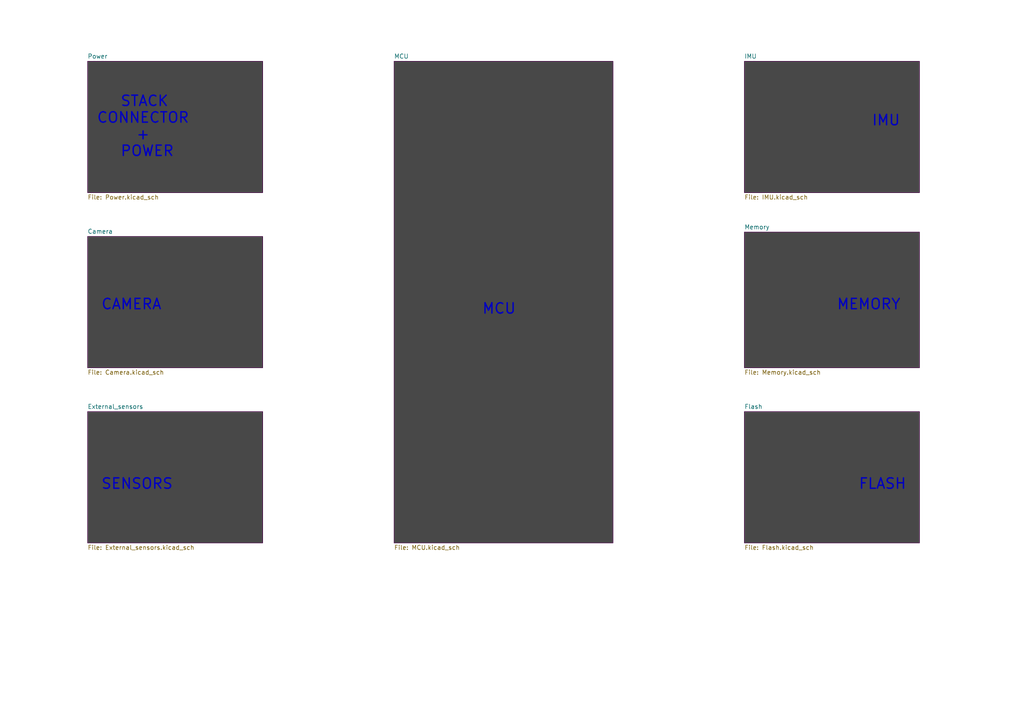
<source format=kicad_sch>
(kicad_sch (version 20211123) (generator eeschema)
  (paper "A4")
  (lib_symbols)
  (text "MCU" (at 139.7 91.44 0) (effects (font (size 3 3) (thickness 0.4) bold) (justify left bottom)))
  (text "SENSORS" (at 29.21 142.24 0) (effects (font (size 3 3) (thickness 0.4) bold) (justify left bottom)))
  (text "CAMERA" (at 29.21 90.17 0) (effects (font (size 3 3) (thickness 0.4) bold) (justify left bottom)))
  (text "   STACK\nCONNECTOR\n     +\n   POWER" (at 27.94 45.72 0) (effects (font (size 3 3) (thickness 0.4) bold) (justify left bottom)))
  (text "IMU" (at 252.73 36.83 0) (effects (font (size 3 3) (thickness 0.4) bold) (justify left bottom)))
  (text "MEMORY" (at 242.57 90.17 0) (effects (font (size 3 3) (thickness 0.4) bold) (justify left bottom)))
  (text "FLASH" (at 248.92 142.24 0) (effects (font (size 3 3) (thickness 0.4) bold) (justify left bottom)))
  (sheet (at 25.4 68.58) (size 50.8 38.1) (stroke (width 0.1524) (color 72 0 72 1)) (fill (color 72 72 72 1.0000))
    (property "Sheet name" "Camera" (at 25.4 67.8684 0) (effects (justify left bottom)))
    (property "Sheet file" "Camera.kicad_sch" (at 25.4 107.2646 0) (effects (justify left top)))
  )
  (sheet (at 215.9 67.31) (size 50.8 39.37) (stroke (width 0.1524) (color 72 0 72 1)) (fill (color 72 72 72 1.0000))
    (property "Sheet name" "Memory" (at 215.9 66.5984 0) (effects (justify left bottom)))
    (property "Sheet file" "Memory.kicad_sch" (at 215.9 107.2646 0) (effects (justify left top)))
  )
  (sheet (at 215.9 119.38) (size 50.8 38.1) (stroke (width 0.1524) (color 72 0 72 1)) (fill (color 72 72 72 1.0000))
    (property "Sheet name" "Flash" (at 215.9 118.6684 0) (effects (justify left bottom)))
    (property "Sheet file" "Flash.kicad_sch" (at 215.9 158.0646 0) (effects (justify left top)))
  )
  (sheet (at 215.9 17.78) (size 50.8 38.1) (stroke (width 0.1524) (color 72 0 72 1)) (fill (color 72 72 72 1.0000))
    (property "Sheet name" "IMU" (at 215.9 17.0684 0) (effects (justify left bottom)))
    (property "Sheet file" "IMU.kicad_sch" (at 215.9 56.4646 0) (effects (justify left top)))
  )
  (sheet (at 114.3 17.78) (size 63.5 139.7) (stroke (width 0.1524) (color 72 0 72 1)) (fill (color 72 72 72 1.0000))
    (property "Sheet name" "MCU" (at 114.3 17.0684 0) (effects (justify left bottom)))
    (property "Sheet file" "MCU.kicad_sch" (at 114.3 158.0646 0) (effects (justify left top)))
  )
  (sheet (at 25.4 119.38) (size 50.8 38.1) (stroke (width 0.1524) (color 72 0 72 1)) (fill (color 72 72 72 1.0000))
    (property "Sheet name" "External_sensors" (at 25.4 118.6684 0) (effects (justify left bottom)))
    (property "Sheet file" "External_sensors.kicad_sch" (at 25.4 158.0646 0) (effects (justify left top)))
  )
  (sheet (at 25.4 17.78) (size 50.8 38.1) (stroke (width 0.1524) (color 72 0 72 1)) (fill (color 72 72 72 1.0000))
    (property "Sheet name" "Power" (at 25.4 17.0684 0) (effects (justify left bottom)))
    (property "Sheet file" "Power.kicad_sch" (at 25.4 56.4646 0) (effects (justify left top)))
  )
)
</source>
